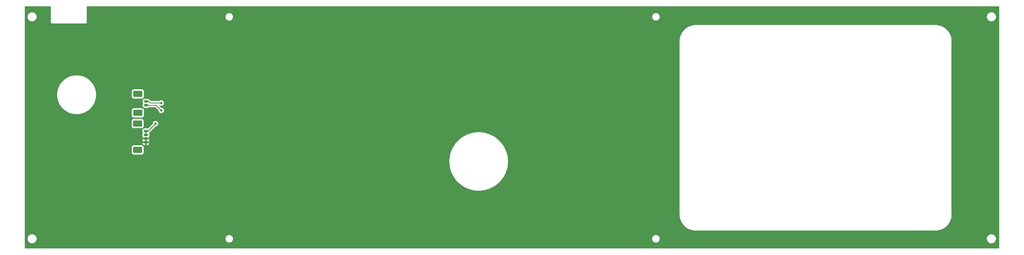
<source format=gbl>
G04 #@! TF.GenerationSoftware,KiCad,Pcbnew,(6.0.4-0)*
G04 #@! TF.CreationDate,2022-09-21T16:46:56-05:00*
G04 #@! TF.ProjectId,Y+,592b2e6b-6963-4616-945f-706362585858,4*
G04 #@! TF.SameCoordinates,Original*
G04 #@! TF.FileFunction,Copper,L2,Bot*
G04 #@! TF.FilePolarity,Positive*
%FSLAX46Y46*%
G04 Gerber Fmt 4.6, Leading zero omitted, Abs format (unit mm)*
G04 Created by KiCad (PCBNEW (6.0.4-0)) date 2022-09-21 16:46:56*
%MOMM*%
%LPD*%
G01*
G04 APERTURE LIST*
G04 Aperture macros list*
%AMRoundRect*
0 Rectangle with rounded corners*
0 $1 Rounding radius*
0 $2 $3 $4 $5 $6 $7 $8 $9 X,Y pos of 4 corners*
0 Add a 4 corners polygon primitive as box body*
4,1,4,$2,$3,$4,$5,$6,$7,$8,$9,$2,$3,0*
0 Add four circle primitives for the rounded corners*
1,1,$1+$1,$2,$3*
1,1,$1+$1,$4,$5*
1,1,$1+$1,$6,$7*
1,1,$1+$1,$8,$9*
0 Add four rect primitives between the rounded corners*
20,1,$1+$1,$2,$3,$4,$5,0*
20,1,$1+$1,$4,$5,$6,$7,0*
20,1,$1+$1,$6,$7,$8,$9,0*
20,1,$1+$1,$8,$9,$2,$3,0*%
G04 Aperture macros list end*
G04 #@! TA.AperFunction,SMDPad,CuDef*
%ADD10RoundRect,0.200000X0.450000X-0.200000X0.450000X0.200000X-0.450000X0.200000X-0.450000X-0.200000X0*%
G04 #@! TD*
G04 #@! TA.AperFunction,SMDPad,CuDef*
%ADD11RoundRect,0.250000X1.250000X-0.800000X1.250000X0.800000X-1.250000X0.800000X-1.250000X-0.800000X0*%
G04 #@! TD*
G04 #@! TA.AperFunction,ViaPad*
%ADD12C,0.800000*%
G04 #@! TD*
G04 #@! TA.AperFunction,Conductor*
%ADD13C,0.250000*%
G04 #@! TD*
G04 APERTURE END LIST*
D10*
X167550000Y-231675000D03*
X167550000Y-230425000D03*
X167550000Y-229175000D03*
X167550000Y-227925000D03*
D11*
X164800000Y-225375000D03*
X164800000Y-234225000D03*
D10*
X167610000Y-219225000D03*
X167610000Y-217975000D03*
D11*
X164860000Y-221775000D03*
X164860000Y-215425000D03*
D12*
X148500000Y-225600000D03*
X197600000Y-222400000D03*
X170800000Y-225400000D03*
X172700000Y-218500000D03*
X172720000Y-220980000D03*
D13*
X167550000Y-227925000D02*
X167550000Y-229175000D01*
X168275000Y-227925000D02*
X170800000Y-225400000D01*
X167550000Y-227925000D02*
X168275000Y-227925000D01*
X172720000Y-218440000D02*
X168910000Y-218440000D01*
X168910000Y-218440000D02*
X168445000Y-217975000D01*
X168445000Y-217975000D02*
X167610000Y-217975000D01*
X170965000Y-219225000D02*
X167610000Y-219225000D01*
X172720000Y-220980000D02*
X170965000Y-219225000D01*
G04 #@! TA.AperFunction,Conductor*
G36*
X135683621Y-186075002D02*
G01*
X135730114Y-186128658D01*
X135741500Y-186181000D01*
X135741500Y-191291377D01*
X135741498Y-191292147D01*
X135741024Y-191369721D01*
X135743491Y-191378352D01*
X135749150Y-191398153D01*
X135752728Y-191414915D01*
X135756920Y-191444187D01*
X135760634Y-191452355D01*
X135760634Y-191452356D01*
X135767548Y-191467562D01*
X135773996Y-191485086D01*
X135781051Y-191509771D01*
X135785843Y-191517365D01*
X135785844Y-191517368D01*
X135796830Y-191534780D01*
X135804969Y-191549863D01*
X135817208Y-191576782D01*
X135823069Y-191583584D01*
X135833970Y-191596235D01*
X135845073Y-191611239D01*
X135858776Y-191632958D01*
X135865501Y-191638897D01*
X135865504Y-191638901D01*
X135880938Y-191652532D01*
X135892982Y-191664724D01*
X135906427Y-191680327D01*
X135906430Y-191680329D01*
X135912287Y-191687127D01*
X135919816Y-191692007D01*
X135919817Y-191692008D01*
X135933835Y-191701094D01*
X135948709Y-191712385D01*
X135961217Y-191723431D01*
X135967951Y-191729378D01*
X135994711Y-191741942D01*
X136009691Y-191750263D01*
X136026983Y-191761471D01*
X136026988Y-191761473D01*
X136034515Y-191766352D01*
X136043108Y-191768922D01*
X136043113Y-191768924D01*
X136059120Y-191773711D01*
X136076564Y-191780372D01*
X136091676Y-191787467D01*
X136091678Y-191787468D01*
X136099800Y-191791281D01*
X136108667Y-191792662D01*
X136108668Y-191792662D01*
X136111353Y-191793080D01*
X136129017Y-191795830D01*
X136145732Y-191799613D01*
X136165466Y-191805515D01*
X136165472Y-191805516D01*
X136174066Y-191808086D01*
X136183037Y-191808141D01*
X136183038Y-191808141D01*
X136193097Y-191808202D01*
X136208506Y-191808296D01*
X136209289Y-191808329D01*
X136210386Y-191808500D01*
X136241377Y-191808500D01*
X136242147Y-191808502D01*
X136315785Y-191808952D01*
X136315786Y-191808952D01*
X136319721Y-191808976D01*
X136321065Y-191808592D01*
X136322410Y-191808500D01*
X147241377Y-191808500D01*
X147242148Y-191808502D01*
X147319721Y-191808976D01*
X147348152Y-191800850D01*
X147364915Y-191797272D01*
X147365753Y-191797152D01*
X147394187Y-191793080D01*
X147417564Y-191782451D01*
X147435087Y-191776004D01*
X147459771Y-191768949D01*
X147467365Y-191764157D01*
X147467368Y-191764156D01*
X147484780Y-191753170D01*
X147499865Y-191745030D01*
X147526782Y-191732792D01*
X147546235Y-191716030D01*
X147561239Y-191704927D01*
X147582958Y-191691224D01*
X147588897Y-191684499D01*
X147588901Y-191684496D01*
X147602532Y-191669062D01*
X147614724Y-191657018D01*
X147630327Y-191643573D01*
X147630329Y-191643570D01*
X147637127Y-191637713D01*
X147651094Y-191616165D01*
X147662385Y-191601291D01*
X147673431Y-191588783D01*
X147673432Y-191588782D01*
X147679378Y-191582049D01*
X147691943Y-191555287D01*
X147700263Y-191540309D01*
X147711471Y-191523017D01*
X147711473Y-191523012D01*
X147716352Y-191515485D01*
X147718922Y-191506892D01*
X147718924Y-191506887D01*
X147723711Y-191490880D01*
X147730372Y-191473436D01*
X147737467Y-191458324D01*
X147737468Y-191458322D01*
X147741281Y-191450200D01*
X147745830Y-191420983D01*
X147749613Y-191404268D01*
X147755515Y-191384534D01*
X147755516Y-191384528D01*
X147758086Y-191375934D01*
X147758296Y-191341494D01*
X147758329Y-191340711D01*
X147758500Y-191339614D01*
X147758500Y-191308623D01*
X147758502Y-191307853D01*
X147758952Y-191234215D01*
X147758952Y-191234214D01*
X147758976Y-191230279D01*
X147758592Y-191228935D01*
X147758500Y-191227590D01*
X147758500Y-189550000D01*
X194196693Y-189550000D01*
X194215885Y-189769371D01*
X194272880Y-189982076D01*
X194298832Y-190037731D01*
X194363618Y-190176666D01*
X194363621Y-190176671D01*
X194365944Y-190181653D01*
X194369100Y-190186160D01*
X194369101Y-190186162D01*
X194401470Y-190232389D01*
X194492251Y-190362038D01*
X194647962Y-190517749D01*
X194828346Y-190644056D01*
X195027924Y-190737120D01*
X195240629Y-190794115D01*
X195460000Y-190813307D01*
X195679371Y-190794115D01*
X195892076Y-190737120D01*
X196091654Y-190644056D01*
X196272038Y-190517749D01*
X196427749Y-190362038D01*
X196518531Y-190232389D01*
X196550899Y-190186162D01*
X196550900Y-190186160D01*
X196554056Y-190181653D01*
X196556379Y-190176671D01*
X196556382Y-190176666D01*
X196621168Y-190037731D01*
X196647120Y-189982076D01*
X196704115Y-189769371D01*
X196723307Y-189550000D01*
X337046693Y-189550000D01*
X337065885Y-189769371D01*
X337122880Y-189982076D01*
X337148832Y-190037731D01*
X337213618Y-190176666D01*
X337213621Y-190176671D01*
X337215944Y-190181653D01*
X337219100Y-190186160D01*
X337219101Y-190186162D01*
X337251470Y-190232389D01*
X337342251Y-190362038D01*
X337497962Y-190517749D01*
X337678346Y-190644056D01*
X337877924Y-190737120D01*
X338090629Y-190794115D01*
X338310000Y-190813307D01*
X338529371Y-190794115D01*
X338742076Y-190737120D01*
X338941654Y-190644056D01*
X339122038Y-190517749D01*
X339277749Y-190362038D01*
X339368531Y-190232389D01*
X339400899Y-190186162D01*
X339400900Y-190186160D01*
X339404056Y-190181653D01*
X339406379Y-190176671D01*
X339406382Y-190176666D01*
X339471168Y-190037731D01*
X339497120Y-189982076D01*
X339554115Y-189769371D01*
X339573307Y-189550000D01*
X449096835Y-189550000D01*
X449115465Y-189786711D01*
X449116619Y-189791518D01*
X449116620Y-189791524D01*
X449146601Y-189916401D01*
X449170895Y-190017594D01*
X449172788Y-190022165D01*
X449172789Y-190022167D01*
X449240718Y-190186162D01*
X449261760Y-190236963D01*
X449264346Y-190241183D01*
X449383241Y-190435202D01*
X449383245Y-190435208D01*
X449385824Y-190439416D01*
X449540031Y-190619969D01*
X449720584Y-190774176D01*
X449724792Y-190776755D01*
X449724798Y-190776759D01*
X449918817Y-190895654D01*
X449923037Y-190898240D01*
X449927607Y-190900133D01*
X449927611Y-190900135D01*
X450137833Y-190987211D01*
X450142406Y-190989105D01*
X450222609Y-191008360D01*
X450368476Y-191043380D01*
X450368482Y-191043381D01*
X450373289Y-191044535D01*
X450610000Y-191063165D01*
X450846711Y-191044535D01*
X450851518Y-191043381D01*
X450851524Y-191043380D01*
X450997391Y-191008360D01*
X451077594Y-190989105D01*
X451082167Y-190987211D01*
X451292389Y-190900135D01*
X451292393Y-190900133D01*
X451296963Y-190898240D01*
X451301183Y-190895654D01*
X451495202Y-190776759D01*
X451495208Y-190776755D01*
X451499416Y-190774176D01*
X451679969Y-190619969D01*
X451834176Y-190439416D01*
X451836755Y-190435208D01*
X451836759Y-190435202D01*
X451955654Y-190241183D01*
X451958240Y-190236963D01*
X451979283Y-190186162D01*
X452047211Y-190022167D01*
X452047212Y-190022165D01*
X452049105Y-190017594D01*
X452073399Y-189916401D01*
X452103380Y-189791524D01*
X452103381Y-189791518D01*
X452104535Y-189786711D01*
X452123165Y-189550000D01*
X452104535Y-189313289D01*
X452096581Y-189280155D01*
X452050260Y-189087218D01*
X452049105Y-189082406D01*
X451981150Y-188918347D01*
X451960135Y-188867611D01*
X451960133Y-188867607D01*
X451958240Y-188863037D01*
X451881594Y-188737962D01*
X451836759Y-188664798D01*
X451836755Y-188664792D01*
X451834176Y-188660584D01*
X451679969Y-188480031D01*
X451499416Y-188325824D01*
X451495208Y-188323245D01*
X451495202Y-188323241D01*
X451301183Y-188204346D01*
X451296963Y-188201760D01*
X451292393Y-188199867D01*
X451292389Y-188199865D01*
X451082167Y-188112789D01*
X451082165Y-188112788D01*
X451077594Y-188110895D01*
X450997391Y-188091640D01*
X450851524Y-188056620D01*
X450851518Y-188056619D01*
X450846711Y-188055465D01*
X450610000Y-188036835D01*
X450373289Y-188055465D01*
X450368482Y-188056619D01*
X450368476Y-188056620D01*
X450222609Y-188091640D01*
X450142406Y-188110895D01*
X450137835Y-188112788D01*
X450137833Y-188112789D01*
X449927611Y-188199865D01*
X449927607Y-188199867D01*
X449923037Y-188201760D01*
X449918817Y-188204346D01*
X449724798Y-188323241D01*
X449724792Y-188323245D01*
X449720584Y-188325824D01*
X449540031Y-188480031D01*
X449385824Y-188660584D01*
X449383245Y-188664792D01*
X449383241Y-188664798D01*
X449338406Y-188737962D01*
X449261760Y-188863037D01*
X449259867Y-188867607D01*
X449259865Y-188867611D01*
X449238850Y-188918347D01*
X449170895Y-189082406D01*
X449169740Y-189087218D01*
X449123420Y-189280155D01*
X449115465Y-189313289D01*
X449097308Y-189543995D01*
X449096835Y-189550000D01*
X339573307Y-189550000D01*
X339554115Y-189330629D01*
X339497120Y-189117924D01*
X339453585Y-189024562D01*
X339406382Y-188923334D01*
X339406379Y-188923329D01*
X339404056Y-188918347D01*
X339400899Y-188913838D01*
X339280908Y-188742473D01*
X339280906Y-188742470D01*
X339277749Y-188737962D01*
X339122038Y-188582251D01*
X338941654Y-188455944D01*
X338742076Y-188362880D01*
X338529371Y-188305885D01*
X338310000Y-188286693D01*
X338090629Y-188305885D01*
X337877924Y-188362880D01*
X337784562Y-188406415D01*
X337683334Y-188453618D01*
X337683329Y-188453621D01*
X337678347Y-188455944D01*
X337673840Y-188459100D01*
X337673838Y-188459101D01*
X337502473Y-188579092D01*
X337502470Y-188579094D01*
X337497962Y-188582251D01*
X337342251Y-188737962D01*
X337339094Y-188742470D01*
X337339092Y-188742473D01*
X337219101Y-188913838D01*
X337215944Y-188918347D01*
X337213621Y-188923329D01*
X337213618Y-188923334D01*
X337166415Y-189024562D01*
X337122880Y-189117924D01*
X337065885Y-189330629D01*
X337046693Y-189550000D01*
X196723307Y-189550000D01*
X196704115Y-189330629D01*
X196647120Y-189117924D01*
X196603585Y-189024562D01*
X196556382Y-188923334D01*
X196556379Y-188923329D01*
X196554056Y-188918347D01*
X196550899Y-188913838D01*
X196430908Y-188742473D01*
X196430906Y-188742470D01*
X196427749Y-188737962D01*
X196272038Y-188582251D01*
X196091654Y-188455944D01*
X195892076Y-188362880D01*
X195679371Y-188305885D01*
X195460000Y-188286693D01*
X195240629Y-188305885D01*
X195027924Y-188362880D01*
X194934562Y-188406415D01*
X194833334Y-188453618D01*
X194833329Y-188453621D01*
X194828347Y-188455944D01*
X194823840Y-188459100D01*
X194823838Y-188459101D01*
X194652473Y-188579092D01*
X194652470Y-188579094D01*
X194647962Y-188582251D01*
X194492251Y-188737962D01*
X194489094Y-188742470D01*
X194489092Y-188742473D01*
X194369101Y-188913838D01*
X194365944Y-188918347D01*
X194363621Y-188923329D01*
X194363618Y-188923334D01*
X194316415Y-189024562D01*
X194272880Y-189117924D01*
X194215885Y-189330629D01*
X194196693Y-189550000D01*
X147758500Y-189550000D01*
X147758500Y-186181000D01*
X147778502Y-186112879D01*
X147832158Y-186066386D01*
X147884500Y-186055000D01*
X453125500Y-186055000D01*
X453193621Y-186075002D01*
X453240114Y-186128658D01*
X453251500Y-186181000D01*
X453251500Y-267209000D01*
X453231498Y-267277121D01*
X453177842Y-267323614D01*
X453125500Y-267335000D01*
X127126000Y-267335000D01*
X127057879Y-267314998D01*
X127011386Y-267261342D01*
X127000000Y-267209000D01*
X127000000Y-264050000D01*
X127946835Y-264050000D01*
X127965465Y-264286711D01*
X127966619Y-264291518D01*
X127966620Y-264291524D01*
X127996601Y-264416401D01*
X128020895Y-264517594D01*
X128022788Y-264522165D01*
X128022789Y-264522167D01*
X128090718Y-264686162D01*
X128111760Y-264736963D01*
X128114346Y-264741183D01*
X128233241Y-264935202D01*
X128233245Y-264935208D01*
X128235824Y-264939416D01*
X128390031Y-265119969D01*
X128570584Y-265274176D01*
X128574792Y-265276755D01*
X128574798Y-265276759D01*
X128768817Y-265395654D01*
X128773037Y-265398240D01*
X128777607Y-265400133D01*
X128777611Y-265400135D01*
X128987833Y-265487211D01*
X128992406Y-265489105D01*
X129072609Y-265508360D01*
X129218476Y-265543380D01*
X129218482Y-265543381D01*
X129223289Y-265544535D01*
X129460000Y-265563165D01*
X129696711Y-265544535D01*
X129701518Y-265543381D01*
X129701524Y-265543380D01*
X129847391Y-265508360D01*
X129927594Y-265489105D01*
X129932167Y-265487211D01*
X130142389Y-265400135D01*
X130142393Y-265400133D01*
X130146963Y-265398240D01*
X130151183Y-265395654D01*
X130345202Y-265276759D01*
X130345208Y-265276755D01*
X130349416Y-265274176D01*
X130529969Y-265119969D01*
X130684176Y-264939416D01*
X130686755Y-264935208D01*
X130686759Y-264935202D01*
X130805654Y-264741183D01*
X130808240Y-264736963D01*
X130829283Y-264686162D01*
X130897211Y-264522167D01*
X130897212Y-264522165D01*
X130899105Y-264517594D01*
X130923399Y-264416401D01*
X130953380Y-264291524D01*
X130953381Y-264291518D01*
X130954535Y-264286711D01*
X130973165Y-264050000D01*
X194196693Y-264050000D01*
X194215885Y-264269371D01*
X194272880Y-264482076D01*
X194298832Y-264537731D01*
X194363618Y-264676666D01*
X194363621Y-264676671D01*
X194365944Y-264681653D01*
X194369100Y-264686160D01*
X194369101Y-264686162D01*
X194401470Y-264732389D01*
X194492251Y-264862038D01*
X194647962Y-265017749D01*
X194828346Y-265144056D01*
X195027924Y-265237120D01*
X195240629Y-265294115D01*
X195460000Y-265313307D01*
X195679371Y-265294115D01*
X195892076Y-265237120D01*
X196091654Y-265144056D01*
X196272038Y-265017749D01*
X196427749Y-264862038D01*
X196518531Y-264732389D01*
X196550899Y-264686162D01*
X196550900Y-264686160D01*
X196554056Y-264681653D01*
X196556379Y-264676671D01*
X196556382Y-264676666D01*
X196621168Y-264537731D01*
X196647120Y-264482076D01*
X196704115Y-264269371D01*
X196723307Y-264050000D01*
X337046693Y-264050000D01*
X337065885Y-264269371D01*
X337122880Y-264482076D01*
X337148832Y-264537731D01*
X337213618Y-264676666D01*
X337213621Y-264676671D01*
X337215944Y-264681653D01*
X337219100Y-264686160D01*
X337219101Y-264686162D01*
X337251470Y-264732389D01*
X337342251Y-264862038D01*
X337497962Y-265017749D01*
X337678346Y-265144056D01*
X337877924Y-265237120D01*
X338090629Y-265294115D01*
X338310000Y-265313307D01*
X338529371Y-265294115D01*
X338742076Y-265237120D01*
X338941654Y-265144056D01*
X339122038Y-265017749D01*
X339277749Y-264862038D01*
X339368531Y-264732389D01*
X339400899Y-264686162D01*
X339400900Y-264686160D01*
X339404056Y-264681653D01*
X339406379Y-264676671D01*
X339406382Y-264676666D01*
X339471168Y-264537731D01*
X339497120Y-264482076D01*
X339554115Y-264269371D01*
X339573307Y-264050000D01*
X449096835Y-264050000D01*
X449115465Y-264286711D01*
X449116619Y-264291518D01*
X449116620Y-264291524D01*
X449146601Y-264416401D01*
X449170895Y-264517594D01*
X449172788Y-264522165D01*
X449172789Y-264522167D01*
X449240718Y-264686162D01*
X449261760Y-264736963D01*
X449264346Y-264741183D01*
X449383241Y-264935202D01*
X449383245Y-264935208D01*
X449385824Y-264939416D01*
X449540031Y-265119969D01*
X449720584Y-265274176D01*
X449724792Y-265276755D01*
X449724798Y-265276759D01*
X449918817Y-265395654D01*
X449923037Y-265398240D01*
X449927607Y-265400133D01*
X449927611Y-265400135D01*
X450137833Y-265487211D01*
X450142406Y-265489105D01*
X450222609Y-265508360D01*
X450368476Y-265543380D01*
X450368482Y-265543381D01*
X450373289Y-265544535D01*
X450610000Y-265563165D01*
X450846711Y-265544535D01*
X450851518Y-265543381D01*
X450851524Y-265543380D01*
X450997391Y-265508360D01*
X451077594Y-265489105D01*
X451082167Y-265487211D01*
X451292389Y-265400135D01*
X451292393Y-265400133D01*
X451296963Y-265398240D01*
X451301183Y-265395654D01*
X451495202Y-265276759D01*
X451495208Y-265276755D01*
X451499416Y-265274176D01*
X451679969Y-265119969D01*
X451834176Y-264939416D01*
X451836755Y-264935208D01*
X451836759Y-264935202D01*
X451955654Y-264741183D01*
X451958240Y-264736963D01*
X451979283Y-264686162D01*
X452047211Y-264522167D01*
X452047212Y-264522165D01*
X452049105Y-264517594D01*
X452073399Y-264416401D01*
X452103380Y-264291524D01*
X452103381Y-264291518D01*
X452104535Y-264286711D01*
X452123165Y-264050000D01*
X452104535Y-263813289D01*
X452096581Y-263780155D01*
X452050260Y-263587218D01*
X452049105Y-263582406D01*
X451981150Y-263418347D01*
X451960135Y-263367611D01*
X451960133Y-263367607D01*
X451958240Y-263363037D01*
X451881594Y-263237962D01*
X451836759Y-263164798D01*
X451836755Y-263164792D01*
X451834176Y-263160584D01*
X451679969Y-262980031D01*
X451499416Y-262825824D01*
X451495208Y-262823245D01*
X451495202Y-262823241D01*
X451301183Y-262704346D01*
X451296963Y-262701760D01*
X451292393Y-262699867D01*
X451292389Y-262699865D01*
X451082167Y-262612789D01*
X451082165Y-262612788D01*
X451077594Y-262610895D01*
X450997391Y-262591640D01*
X450851524Y-262556620D01*
X450851518Y-262556619D01*
X450846711Y-262555465D01*
X450610000Y-262536835D01*
X450373289Y-262555465D01*
X450368482Y-262556619D01*
X450368476Y-262556620D01*
X450222609Y-262591640D01*
X450142406Y-262610895D01*
X450137835Y-262612788D01*
X450137833Y-262612789D01*
X449927611Y-262699865D01*
X449927607Y-262699867D01*
X449923037Y-262701760D01*
X449918817Y-262704346D01*
X449724798Y-262823241D01*
X449724792Y-262823245D01*
X449720584Y-262825824D01*
X449540031Y-262980031D01*
X449385824Y-263160584D01*
X449383245Y-263164792D01*
X449383241Y-263164798D01*
X449338406Y-263237962D01*
X449261760Y-263363037D01*
X449259867Y-263367607D01*
X449259865Y-263367611D01*
X449238850Y-263418347D01*
X449170895Y-263582406D01*
X449169740Y-263587218D01*
X449123420Y-263780155D01*
X449115465Y-263813289D01*
X449097308Y-264043995D01*
X449096835Y-264050000D01*
X339573307Y-264050000D01*
X339554115Y-263830629D01*
X339497120Y-263617924D01*
X339453585Y-263524562D01*
X339406382Y-263423334D01*
X339406379Y-263423329D01*
X339404056Y-263418347D01*
X339400899Y-263413838D01*
X339280908Y-263242473D01*
X339280906Y-263242470D01*
X339277749Y-263237962D01*
X339122038Y-263082251D01*
X338941654Y-262955944D01*
X338742076Y-262862880D01*
X338529371Y-262805885D01*
X338310000Y-262786693D01*
X338090629Y-262805885D01*
X337877924Y-262862880D01*
X337784562Y-262906415D01*
X337683334Y-262953618D01*
X337683329Y-262953621D01*
X337678347Y-262955944D01*
X337673840Y-262959100D01*
X337673838Y-262959101D01*
X337502473Y-263079092D01*
X337502470Y-263079094D01*
X337497962Y-263082251D01*
X337342251Y-263237962D01*
X337339094Y-263242470D01*
X337339092Y-263242473D01*
X337219101Y-263413838D01*
X337215944Y-263418347D01*
X337213621Y-263423329D01*
X337213618Y-263423334D01*
X337166415Y-263524562D01*
X337122880Y-263617924D01*
X337065885Y-263830629D01*
X337046693Y-264050000D01*
X196723307Y-264050000D01*
X196704115Y-263830629D01*
X196647120Y-263617924D01*
X196603585Y-263524562D01*
X196556382Y-263423334D01*
X196556379Y-263423329D01*
X196554056Y-263418347D01*
X196550899Y-263413838D01*
X196430908Y-263242473D01*
X196430906Y-263242470D01*
X196427749Y-263237962D01*
X196272038Y-263082251D01*
X196091654Y-262955944D01*
X195892076Y-262862880D01*
X195679371Y-262805885D01*
X195460000Y-262786693D01*
X195240629Y-262805885D01*
X195027924Y-262862880D01*
X194934562Y-262906415D01*
X194833334Y-262953618D01*
X194833329Y-262953621D01*
X194828347Y-262955944D01*
X194823840Y-262959100D01*
X194823838Y-262959101D01*
X194652473Y-263079092D01*
X194652470Y-263079094D01*
X194647962Y-263082251D01*
X194492251Y-263237962D01*
X194489094Y-263242470D01*
X194489092Y-263242473D01*
X194369101Y-263413838D01*
X194365944Y-263418347D01*
X194363621Y-263423329D01*
X194363618Y-263423334D01*
X194316415Y-263524562D01*
X194272880Y-263617924D01*
X194215885Y-263830629D01*
X194196693Y-264050000D01*
X130973165Y-264050000D01*
X130954535Y-263813289D01*
X130946581Y-263780155D01*
X130900260Y-263587218D01*
X130899105Y-263582406D01*
X130831150Y-263418347D01*
X130810135Y-263367611D01*
X130810133Y-263367607D01*
X130808240Y-263363037D01*
X130731594Y-263237962D01*
X130686759Y-263164798D01*
X130686755Y-263164792D01*
X130684176Y-263160584D01*
X130529969Y-262980031D01*
X130349416Y-262825824D01*
X130345208Y-262823245D01*
X130345202Y-262823241D01*
X130151183Y-262704346D01*
X130146963Y-262701760D01*
X130142393Y-262699867D01*
X130142389Y-262699865D01*
X129932167Y-262612789D01*
X129932165Y-262612788D01*
X129927594Y-262610895D01*
X129847391Y-262591640D01*
X129701524Y-262556620D01*
X129701518Y-262556619D01*
X129696711Y-262555465D01*
X129460000Y-262536835D01*
X129223289Y-262555465D01*
X129218482Y-262556619D01*
X129218476Y-262556620D01*
X129072609Y-262591640D01*
X128992406Y-262610895D01*
X128987835Y-262612788D01*
X128987833Y-262612789D01*
X128777611Y-262699865D01*
X128777607Y-262699867D01*
X128773037Y-262701760D01*
X128768817Y-262704346D01*
X128574798Y-262823241D01*
X128574792Y-262823245D01*
X128570584Y-262825824D01*
X128390031Y-262980031D01*
X128235824Y-263160584D01*
X128233245Y-263164792D01*
X128233241Y-263164798D01*
X128188406Y-263237962D01*
X128111760Y-263363037D01*
X128109867Y-263367607D01*
X128109865Y-263367611D01*
X128088850Y-263418347D01*
X128020895Y-263582406D01*
X128019740Y-263587218D01*
X127973420Y-263780155D01*
X127965465Y-263813289D01*
X127947308Y-264043995D01*
X127946835Y-264050000D01*
X127000000Y-264050000D01*
X127000000Y-255893724D01*
X346246309Y-255893724D01*
X346247130Y-255900000D01*
X346246876Y-255900000D01*
X346265365Y-256347012D01*
X346320704Y-256790971D01*
X346412516Y-257228843D01*
X346540174Y-257657638D01*
X346702805Y-258074427D01*
X346899300Y-258476362D01*
X347128314Y-258860698D01*
X347388285Y-259224810D01*
X347677435Y-259566209D01*
X347993791Y-259882565D01*
X348335190Y-260171715D01*
X348699302Y-260431686D01*
X348701536Y-260433017D01*
X349081397Y-260659365D01*
X349081403Y-260659368D01*
X349083638Y-260660700D01*
X349485573Y-260857195D01*
X349902362Y-261019826D01*
X350331157Y-261147484D01*
X350769029Y-261239296D01*
X351212988Y-261294635D01*
X351446286Y-261304284D01*
X351632121Y-261311971D01*
X351638170Y-261312367D01*
X351642652Y-261312769D01*
X351647448Y-261313576D01*
X351653793Y-261313653D01*
X351655140Y-261313670D01*
X351655143Y-261313670D01*
X351660000Y-261313729D01*
X351687624Y-261309773D01*
X351705486Y-261308500D01*
X431806750Y-261308500D01*
X431827655Y-261310246D01*
X431842656Y-261312770D01*
X431842659Y-261312770D01*
X431847448Y-261313576D01*
X431853471Y-261313649D01*
X431855133Y-261313670D01*
X431855137Y-261313670D01*
X431860000Y-261313729D01*
X431864824Y-261313038D01*
X431868119Y-261312823D01*
X431871096Y-261312665D01*
X432307012Y-261294635D01*
X432750971Y-261239296D01*
X433188843Y-261147484D01*
X433617638Y-261019826D01*
X434034427Y-260857195D01*
X434436362Y-260660700D01*
X434438597Y-260659368D01*
X434438603Y-260659365D01*
X434818464Y-260433017D01*
X434820698Y-260431686D01*
X435184810Y-260171715D01*
X435526209Y-259882565D01*
X435842565Y-259566209D01*
X436131715Y-259224810D01*
X436391686Y-258860698D01*
X436620700Y-258476362D01*
X436817195Y-258074427D01*
X436979826Y-257657638D01*
X437107484Y-257228843D01*
X437199296Y-256790971D01*
X437254635Y-256347012D01*
X437271971Y-255927879D01*
X437272367Y-255921830D01*
X437272769Y-255917348D01*
X437273576Y-255912552D01*
X437273729Y-255900000D01*
X437269773Y-255872376D01*
X437268500Y-255854514D01*
X437268500Y-197753250D01*
X437270246Y-197732345D01*
X437272770Y-197717344D01*
X437272770Y-197717341D01*
X437273576Y-197712552D01*
X437273729Y-197700000D01*
X437273038Y-197695176D01*
X437272823Y-197691881D01*
X437272664Y-197688890D01*
X437272565Y-197686495D01*
X437254635Y-197252988D01*
X437199296Y-196809029D01*
X437107484Y-196371157D01*
X436979826Y-195942362D01*
X436817195Y-195525573D01*
X436620700Y-195123638D01*
X436391686Y-194739302D01*
X436131715Y-194375190D01*
X435842565Y-194033791D01*
X435526209Y-193717435D01*
X435184810Y-193428285D01*
X434820698Y-193168314D01*
X434691648Y-193091417D01*
X434438603Y-192940635D01*
X434438597Y-192940632D01*
X434436362Y-192939300D01*
X434034427Y-192742805D01*
X433617638Y-192580174D01*
X433188843Y-192452516D01*
X432750971Y-192360704D01*
X432307012Y-192305365D01*
X432073714Y-192295716D01*
X431887879Y-192288029D01*
X431881830Y-192287633D01*
X431877348Y-192287231D01*
X431872552Y-192286424D01*
X431866207Y-192286347D01*
X431864860Y-192286330D01*
X431864857Y-192286330D01*
X431860000Y-192286271D01*
X431835679Y-192289754D01*
X431832376Y-192290227D01*
X431814514Y-192291500D01*
X351713250Y-192291500D01*
X351692345Y-192289754D01*
X351677344Y-192287230D01*
X351677341Y-192287230D01*
X351672552Y-192286424D01*
X351666529Y-192286351D01*
X351664867Y-192286330D01*
X351664863Y-192286330D01*
X351660000Y-192286271D01*
X351655176Y-192286962D01*
X351651881Y-192287177D01*
X351648904Y-192287335D01*
X351212988Y-192305365D01*
X350769029Y-192360704D01*
X350331157Y-192452516D01*
X349902362Y-192580174D01*
X349485573Y-192742805D01*
X349083638Y-192939300D01*
X349081403Y-192940632D01*
X349081397Y-192940635D01*
X348828352Y-193091417D01*
X348699302Y-193168314D01*
X348335190Y-193428285D01*
X347993791Y-193717435D01*
X347677435Y-194033791D01*
X347388285Y-194375190D01*
X347128314Y-194739302D01*
X346899300Y-195123638D01*
X346702805Y-195525573D01*
X346540174Y-195942362D01*
X346412516Y-196371157D01*
X346320704Y-196809029D01*
X346265365Y-197252988D01*
X346265257Y-197255610D01*
X346247730Y-197679358D01*
X346247713Y-197679530D01*
X346247695Y-197680213D01*
X346247435Y-197686495D01*
X346246309Y-197693724D01*
X346246937Y-197698526D01*
X346246876Y-197700000D01*
X346247130Y-197700000D01*
X346249398Y-197717344D01*
X346250436Y-197725283D01*
X346251500Y-197741620D01*
X346251500Y-255850633D01*
X346250000Y-255870018D01*
X346247690Y-255884851D01*
X346247690Y-255884855D01*
X346246309Y-255893724D01*
X127000000Y-255893724D01*
X127000000Y-238100000D01*
X269144283Y-238100000D01*
X269163652Y-238716334D01*
X269221683Y-239330236D01*
X269318146Y-239939282D01*
X269452662Y-240541070D01*
X269624698Y-241133223D01*
X269625361Y-241135064D01*
X269625366Y-241135080D01*
X269832908Y-241711548D01*
X269833577Y-241713406D01*
X270078474Y-242279329D01*
X270358422Y-242828758D01*
X270672316Y-243359524D01*
X271018918Y-243869534D01*
X271396860Y-244356773D01*
X271804650Y-244819321D01*
X272240679Y-245255350D01*
X272703227Y-245663140D01*
X273190466Y-246041082D01*
X273700476Y-246387684D01*
X274231242Y-246701578D01*
X274232986Y-246702467D01*
X274232994Y-246702471D01*
X274505956Y-246841552D01*
X274780671Y-246981526D01*
X275346594Y-247226423D01*
X275348450Y-247227091D01*
X275348452Y-247227092D01*
X275924920Y-247434634D01*
X275924936Y-247434639D01*
X275926777Y-247435302D01*
X275928659Y-247435849D01*
X275928672Y-247435853D01*
X276517012Y-247606781D01*
X276517019Y-247606783D01*
X276518930Y-247607338D01*
X276520878Y-247607773D01*
X276520888Y-247607776D01*
X276958783Y-247705657D01*
X277120718Y-247741854D01*
X277493120Y-247800836D01*
X277727805Y-247838007D01*
X277727814Y-247838008D01*
X277729764Y-247838317D01*
X277731733Y-247838503D01*
X277731740Y-247838504D01*
X278341715Y-247896164D01*
X278341728Y-247896165D01*
X278343666Y-247896348D01*
X278345611Y-247896409D01*
X278345625Y-247896410D01*
X278958027Y-247915655D01*
X278960000Y-247915717D01*
X278961973Y-247915655D01*
X279574375Y-247896410D01*
X279574389Y-247896409D01*
X279576334Y-247896348D01*
X279578272Y-247896165D01*
X279578285Y-247896164D01*
X280188260Y-247838504D01*
X280188267Y-247838503D01*
X280190236Y-247838317D01*
X280192186Y-247838008D01*
X280192195Y-247838007D01*
X280426880Y-247800836D01*
X280799282Y-247741854D01*
X280961217Y-247705657D01*
X281399112Y-247607776D01*
X281399122Y-247607773D01*
X281401070Y-247607338D01*
X281402981Y-247606783D01*
X281402988Y-247606781D01*
X281991328Y-247435853D01*
X281991341Y-247435849D01*
X281993223Y-247435302D01*
X281995064Y-247434639D01*
X281995080Y-247434634D01*
X282571548Y-247227092D01*
X282571550Y-247227091D01*
X282573406Y-247226423D01*
X283139329Y-246981526D01*
X283414043Y-246841552D01*
X283687006Y-246702471D01*
X283687014Y-246702467D01*
X283688758Y-246701578D01*
X284219524Y-246387684D01*
X284729534Y-246041082D01*
X285216773Y-245663140D01*
X285679321Y-245255350D01*
X286115350Y-244819321D01*
X286523140Y-244356773D01*
X286901082Y-243869534D01*
X287247684Y-243359524D01*
X287561578Y-242828758D01*
X287841526Y-242279329D01*
X288086423Y-241713406D01*
X288087092Y-241711548D01*
X288294634Y-241135080D01*
X288294639Y-241135064D01*
X288295302Y-241133223D01*
X288467338Y-240541070D01*
X288601854Y-239939282D01*
X288698317Y-239330236D01*
X288756348Y-238716334D01*
X288775717Y-238100000D01*
X288756348Y-237483666D01*
X288698317Y-236869764D01*
X288601854Y-236260718D01*
X288495183Y-235783500D01*
X288467776Y-235660888D01*
X288467773Y-235660878D01*
X288467338Y-235658930D01*
X288466781Y-235657012D01*
X288295853Y-235068672D01*
X288295849Y-235068659D01*
X288295302Y-235066777D01*
X288294639Y-235064936D01*
X288294634Y-235064920D01*
X288087092Y-234488452D01*
X288087091Y-234488450D01*
X288086423Y-234486594D01*
X287841526Y-233920671D01*
X287561578Y-233371242D01*
X287247684Y-232840476D01*
X287174950Y-232733450D01*
X286902194Y-232332102D01*
X286902191Y-232332098D01*
X286901082Y-232330466D01*
X286523140Y-231843227D01*
X286115350Y-231380679D01*
X285679321Y-230944650D01*
X285216773Y-230536860D01*
X284729534Y-230158918D01*
X284726103Y-230156586D01*
X284221165Y-229813431D01*
X284221160Y-229813428D01*
X284219524Y-229812316D01*
X283688758Y-229498422D01*
X283687014Y-229497533D01*
X283687006Y-229497529D01*
X283414044Y-229358448D01*
X283139329Y-229218474D01*
X282573406Y-228973577D01*
X282571548Y-228972908D01*
X281995080Y-228765366D01*
X281995064Y-228765361D01*
X281993223Y-228764698D01*
X281991341Y-228764151D01*
X281991328Y-228764147D01*
X281402988Y-228593219D01*
X281402981Y-228593217D01*
X281401070Y-228592662D01*
X281399122Y-228592227D01*
X281399112Y-228592224D01*
X280884976Y-228477301D01*
X280799282Y-228458146D01*
X280401419Y-228395131D01*
X280192195Y-228361993D01*
X280192186Y-228361992D01*
X280190236Y-228361683D01*
X280188267Y-228361497D01*
X280188260Y-228361496D01*
X279578285Y-228303836D01*
X279578272Y-228303835D01*
X279576334Y-228303652D01*
X279574389Y-228303591D01*
X279574375Y-228303590D01*
X278961973Y-228284345D01*
X278960000Y-228284283D01*
X278958027Y-228284345D01*
X278345625Y-228303590D01*
X278345611Y-228303591D01*
X278343666Y-228303652D01*
X278341728Y-228303835D01*
X278341715Y-228303836D01*
X277731740Y-228361496D01*
X277731733Y-228361497D01*
X277729764Y-228361683D01*
X277727814Y-228361992D01*
X277727805Y-228361993D01*
X277518581Y-228395131D01*
X277120718Y-228458146D01*
X277035024Y-228477301D01*
X276520888Y-228592224D01*
X276520878Y-228592227D01*
X276518930Y-228592662D01*
X276517019Y-228593217D01*
X276517012Y-228593219D01*
X275928672Y-228764147D01*
X275928659Y-228764151D01*
X275926777Y-228764698D01*
X275924936Y-228765361D01*
X275924920Y-228765366D01*
X275348452Y-228972908D01*
X275346594Y-228973577D01*
X274780671Y-229218474D01*
X274505957Y-229358448D01*
X274232994Y-229497529D01*
X274232986Y-229497533D01*
X274231242Y-229498422D01*
X273700476Y-229812316D01*
X273698840Y-229813428D01*
X273698835Y-229813431D01*
X273193897Y-230156586D01*
X273190466Y-230158918D01*
X272703227Y-230536860D01*
X272240679Y-230944650D01*
X271804650Y-231380679D01*
X271396860Y-231843227D01*
X271018918Y-232330466D01*
X271017809Y-232332098D01*
X271017806Y-232332102D01*
X270745051Y-232733450D01*
X270672316Y-232840476D01*
X270358422Y-233371242D01*
X270078474Y-233920671D01*
X269833577Y-234486594D01*
X269832909Y-234488450D01*
X269832908Y-234488452D01*
X269625366Y-235064920D01*
X269625361Y-235064936D01*
X269624698Y-235066777D01*
X269624151Y-235068659D01*
X269624147Y-235068672D01*
X269453219Y-235657012D01*
X269452662Y-235658930D01*
X269452227Y-235660878D01*
X269452224Y-235660888D01*
X269424817Y-235783500D01*
X269318146Y-236260718D01*
X269221683Y-236869764D01*
X269163652Y-237483666D01*
X269151035Y-237885151D01*
X269144283Y-238100000D01*
X127000000Y-238100000D01*
X127000000Y-235075400D01*
X162791500Y-235075400D01*
X162802474Y-235181166D01*
X162858450Y-235348946D01*
X162951522Y-235499348D01*
X163076697Y-235624305D01*
X163082927Y-235628145D01*
X163082928Y-235628146D01*
X163220090Y-235712694D01*
X163227262Y-235717115D01*
X163307005Y-235743564D01*
X163388611Y-235770632D01*
X163388613Y-235770632D01*
X163395139Y-235772797D01*
X163401975Y-235773497D01*
X163401978Y-235773498D01*
X163445031Y-235777909D01*
X163499600Y-235783500D01*
X166100400Y-235783500D01*
X166103646Y-235783163D01*
X166103650Y-235783163D01*
X166199308Y-235773238D01*
X166199312Y-235773237D01*
X166206166Y-235772526D01*
X166212702Y-235770345D01*
X166212704Y-235770345D01*
X166344806Y-235726272D01*
X166373946Y-235716550D01*
X166524348Y-235623478D01*
X166649305Y-235498303D01*
X166742115Y-235347738D01*
X166797797Y-235179861D01*
X166808500Y-235075400D01*
X166808500Y-233374600D01*
X166797526Y-233268834D01*
X166741550Y-233101054D01*
X166648478Y-232950652D01*
X166523303Y-232825695D01*
X166517072Y-232821854D01*
X166378968Y-232736725D01*
X166378966Y-232736724D01*
X166372738Y-232732885D01*
X166212254Y-232679655D01*
X166211389Y-232679368D01*
X166211387Y-232679368D01*
X166204861Y-232677203D01*
X166198025Y-232676503D01*
X166198022Y-232676502D01*
X166154969Y-232672091D01*
X166100400Y-232666500D01*
X163499600Y-232666500D01*
X163496354Y-232666837D01*
X163496350Y-232666837D01*
X163400692Y-232676762D01*
X163400688Y-232676763D01*
X163393834Y-232677474D01*
X163387298Y-232679655D01*
X163387296Y-232679655D01*
X163255194Y-232723728D01*
X163226054Y-232733450D01*
X163075652Y-232826522D01*
X162950695Y-232951697D01*
X162857885Y-233102262D01*
X162802203Y-233270139D01*
X162791500Y-233374600D01*
X162791500Y-235075400D01*
X127000000Y-235075400D01*
X127000000Y-231939294D01*
X166392709Y-231939294D01*
X166398132Y-231998315D01*
X166400743Y-232011351D01*
X166447715Y-232161243D01*
X166453921Y-232174988D01*
X166534824Y-232308574D01*
X166544131Y-232320443D01*
X166654557Y-232430869D01*
X166666426Y-232440176D01*
X166800012Y-232521079D01*
X166813757Y-232527285D01*
X166963644Y-232574256D01*
X166976694Y-232576869D01*
X167040521Y-232582734D01*
X167046309Y-232583000D01*
X167277885Y-232583000D01*
X167293124Y-232578525D01*
X167294329Y-232577135D01*
X167296000Y-232569452D01*
X167296000Y-232564884D01*
X167804000Y-232564884D01*
X167808475Y-232580123D01*
X167809865Y-232581328D01*
X167817548Y-232582999D01*
X168053705Y-232582999D01*
X168059454Y-232582736D01*
X168123315Y-232576868D01*
X168136351Y-232574257D01*
X168286243Y-232527285D01*
X168299988Y-232521079D01*
X168433574Y-232440176D01*
X168445443Y-232430869D01*
X168555869Y-232320443D01*
X168565176Y-232308574D01*
X168646079Y-232174988D01*
X168652285Y-232161243D01*
X168699256Y-232011356D01*
X168701869Y-231998306D01*
X168706913Y-231943414D01*
X168703525Y-231931876D01*
X168702135Y-231930671D01*
X168694452Y-231929000D01*
X167822115Y-231929000D01*
X167806876Y-231933475D01*
X167805671Y-231934865D01*
X167804000Y-231942548D01*
X167804000Y-232564884D01*
X167296000Y-232564884D01*
X167296000Y-231947115D01*
X167291525Y-231931876D01*
X167290135Y-231930671D01*
X167282452Y-231929000D01*
X166410116Y-231929000D01*
X166394877Y-231933475D01*
X166393672Y-231934865D01*
X166392709Y-231939294D01*
X127000000Y-231939294D01*
X127000000Y-230689294D01*
X166392709Y-230689294D01*
X166398132Y-230748315D01*
X166400743Y-230761351D01*
X166447715Y-230911243D01*
X166453920Y-230924985D01*
X166490102Y-230984728D01*
X166508281Y-231053358D01*
X166490102Y-231115272D01*
X166453920Y-231175015D01*
X166447715Y-231188757D01*
X166400744Y-231338644D01*
X166398131Y-231351694D01*
X166393087Y-231406586D01*
X166396475Y-231418124D01*
X166397865Y-231419329D01*
X166405548Y-231421000D01*
X167277885Y-231421000D01*
X167293124Y-231416525D01*
X167294329Y-231415135D01*
X167296000Y-231407452D01*
X167296000Y-231402885D01*
X167804000Y-231402885D01*
X167808475Y-231418124D01*
X167809865Y-231419329D01*
X167817548Y-231421000D01*
X168689884Y-231421000D01*
X168705123Y-231416525D01*
X168706328Y-231415135D01*
X168707291Y-231410706D01*
X168701868Y-231351685D01*
X168699257Y-231338649D01*
X168652285Y-231188757D01*
X168646080Y-231175015D01*
X168609898Y-231115272D01*
X168591719Y-231046642D01*
X168609898Y-230984728D01*
X168646080Y-230924985D01*
X168652285Y-230911243D01*
X168699256Y-230761356D01*
X168701869Y-230748306D01*
X168706913Y-230693414D01*
X168703525Y-230681876D01*
X168702135Y-230680671D01*
X168694452Y-230679000D01*
X167822115Y-230679000D01*
X167806876Y-230683475D01*
X167805671Y-230684865D01*
X167804000Y-230692548D01*
X167804000Y-231402885D01*
X167296000Y-231402885D01*
X167296000Y-230697115D01*
X167291525Y-230681876D01*
X167290135Y-230680671D01*
X167282452Y-230679000D01*
X166410116Y-230679000D01*
X166394877Y-230683475D01*
X166393672Y-230684865D01*
X166392709Y-230689294D01*
X127000000Y-230689294D01*
X127000000Y-228918365D01*
X166391500Y-228918365D01*
X166391501Y-229431634D01*
X166391764Y-229434492D01*
X166391764Y-229434501D01*
X166395026Y-229470004D01*
X166398247Y-229505062D01*
X166449528Y-229668699D01*
X166453463Y-229675196D01*
X166489809Y-229735211D01*
X166507988Y-229803840D01*
X166489809Y-229865753D01*
X166453923Y-229925008D01*
X166447715Y-229938757D01*
X166400744Y-230088644D01*
X166398131Y-230101694D01*
X166393087Y-230156586D01*
X166396475Y-230168124D01*
X166397865Y-230169329D01*
X166405548Y-230171000D01*
X168689884Y-230171000D01*
X168705123Y-230166525D01*
X168706328Y-230165135D01*
X168707291Y-230160706D01*
X168701868Y-230101685D01*
X168699257Y-230088649D01*
X168652285Y-229938757D01*
X168646077Y-229925008D01*
X168610191Y-229865753D01*
X168592012Y-229797124D01*
X168610191Y-229735211D01*
X168646537Y-229675196D01*
X168650472Y-229668699D01*
X168701753Y-229505062D01*
X168708500Y-229431635D01*
X168708499Y-228918366D01*
X168708234Y-228915474D01*
X168702364Y-228851592D01*
X168701753Y-228844938D01*
X168650472Y-228681301D01*
X168610483Y-228615271D01*
X168592304Y-228546641D01*
X168610486Y-228484724D01*
X168614982Y-228477301D01*
X168653699Y-228438987D01*
X168653273Y-228438437D01*
X168657815Y-228434914D01*
X168658611Y-228434126D01*
X168659535Y-228433580D01*
X168659538Y-228433578D01*
X168666362Y-228429542D01*
X168680683Y-228415221D01*
X168695717Y-228402380D01*
X168705694Y-228395131D01*
X168712107Y-228390472D01*
X168740298Y-228356395D01*
X168748288Y-228347616D01*
X170750499Y-226345405D01*
X170812811Y-226311379D01*
X170839594Y-226308500D01*
X170895487Y-226308500D01*
X170901939Y-226307128D01*
X170901944Y-226307128D01*
X170988888Y-226288647D01*
X171082288Y-226268794D01*
X171088319Y-226266109D01*
X171250722Y-226193803D01*
X171250724Y-226193802D01*
X171256752Y-226191118D01*
X171411253Y-226078866D01*
X171539040Y-225936944D01*
X171634527Y-225771556D01*
X171693542Y-225589928D01*
X171713504Y-225400000D01*
X171693542Y-225210072D01*
X171634527Y-225028444D01*
X171539040Y-224863056D01*
X171411253Y-224721134D01*
X171256752Y-224608882D01*
X171250724Y-224606198D01*
X171250722Y-224606197D01*
X171088319Y-224533891D01*
X171088318Y-224533891D01*
X171082288Y-224531206D01*
X170988887Y-224511353D01*
X170901944Y-224492872D01*
X170901939Y-224492872D01*
X170895487Y-224491500D01*
X170704513Y-224491500D01*
X170698061Y-224492872D01*
X170698056Y-224492872D01*
X170611112Y-224511353D01*
X170517712Y-224531206D01*
X170511682Y-224533891D01*
X170511681Y-224533891D01*
X170349278Y-224606197D01*
X170349276Y-224606198D01*
X170343248Y-224608882D01*
X170188747Y-224721134D01*
X170060960Y-224863056D01*
X169965473Y-225028444D01*
X169906458Y-225210072D01*
X169905768Y-225216633D01*
X169905768Y-225216635D01*
X169889093Y-225375292D01*
X169862080Y-225440949D01*
X169852878Y-225451217D01*
X168298828Y-227005267D01*
X168236516Y-227039293D01*
X168172054Y-227036406D01*
X168136448Y-227025248D01*
X168136445Y-227025247D01*
X168130062Y-227023247D01*
X168056635Y-227016500D01*
X168053737Y-227016500D01*
X167548686Y-227016501D01*
X167043366Y-227016501D01*
X167040508Y-227016764D01*
X167040499Y-227016764D01*
X167004996Y-227020026D01*
X166969938Y-227023247D01*
X166963560Y-227025246D01*
X166963559Y-227025246D01*
X166813550Y-227072256D01*
X166813548Y-227072257D01*
X166806301Y-227074528D01*
X166659619Y-227163361D01*
X166538361Y-227284619D01*
X166449528Y-227431301D01*
X166398247Y-227594938D01*
X166391500Y-227668365D01*
X166391501Y-228181634D01*
X166398247Y-228255062D01*
X166400246Y-228261440D01*
X166400246Y-228261441D01*
X166438769Y-228384366D01*
X166449528Y-228418699D01*
X166489514Y-228484724D01*
X166489517Y-228484729D01*
X166507696Y-228553359D01*
X166489517Y-228615270D01*
X166449528Y-228681301D01*
X166398247Y-228844938D01*
X166391500Y-228918365D01*
X127000000Y-228918365D01*
X127000000Y-226225400D01*
X162791500Y-226225400D01*
X162791837Y-226228646D01*
X162791837Y-226228650D01*
X162799980Y-226307128D01*
X162802474Y-226331166D01*
X162804655Y-226337702D01*
X162804655Y-226337704D01*
X162848728Y-226469806D01*
X162858450Y-226498946D01*
X162951522Y-226649348D01*
X163076697Y-226774305D01*
X163082927Y-226778145D01*
X163082928Y-226778146D01*
X163220090Y-226862694D01*
X163227262Y-226867115D01*
X163307005Y-226893564D01*
X163388611Y-226920632D01*
X163388613Y-226920632D01*
X163395139Y-226922797D01*
X163401975Y-226923497D01*
X163401978Y-226923498D01*
X163445031Y-226927909D01*
X163499600Y-226933500D01*
X166100400Y-226933500D01*
X166103646Y-226933163D01*
X166103650Y-226933163D01*
X166199308Y-226923238D01*
X166199312Y-226923237D01*
X166206166Y-226922526D01*
X166212702Y-226920345D01*
X166212704Y-226920345D01*
X166344806Y-226876272D01*
X166373946Y-226866550D01*
X166524348Y-226773478D01*
X166649305Y-226648303D01*
X166742115Y-226497738D01*
X166768564Y-226417995D01*
X166795632Y-226336389D01*
X166795632Y-226336387D01*
X166797797Y-226329861D01*
X166808500Y-226225400D01*
X166808500Y-224524600D01*
X166797526Y-224418834D01*
X166741550Y-224251054D01*
X166648478Y-224100652D01*
X166523303Y-223975695D01*
X166517072Y-223971854D01*
X166378968Y-223886725D01*
X166378966Y-223886724D01*
X166372738Y-223882885D01*
X166212254Y-223829655D01*
X166211389Y-223829368D01*
X166211387Y-223829368D01*
X166204861Y-223827203D01*
X166198025Y-223826503D01*
X166198022Y-223826502D01*
X166154969Y-223822091D01*
X166100400Y-223816500D01*
X163499600Y-223816500D01*
X163496354Y-223816837D01*
X163496350Y-223816837D01*
X163400692Y-223826762D01*
X163400688Y-223826763D01*
X163393834Y-223827474D01*
X163387298Y-223829655D01*
X163387296Y-223829655D01*
X163255194Y-223873728D01*
X163226054Y-223883450D01*
X163075652Y-223976522D01*
X162950695Y-224101697D01*
X162857885Y-224252262D01*
X162802203Y-224420139D01*
X162791500Y-224524600D01*
X162791500Y-226225400D01*
X127000000Y-226225400D01*
X127000000Y-222625400D01*
X162851500Y-222625400D01*
X162862474Y-222731166D01*
X162918450Y-222898946D01*
X163011522Y-223049348D01*
X163136697Y-223174305D01*
X163142927Y-223178145D01*
X163142928Y-223178146D01*
X163280090Y-223262694D01*
X163287262Y-223267115D01*
X163367005Y-223293564D01*
X163448611Y-223320632D01*
X163448613Y-223320632D01*
X163455139Y-223322797D01*
X163461975Y-223323497D01*
X163461978Y-223323498D01*
X163505031Y-223327909D01*
X163559600Y-223333500D01*
X166160400Y-223333500D01*
X166163646Y-223333163D01*
X166163650Y-223333163D01*
X166259308Y-223323238D01*
X166259312Y-223323237D01*
X166266166Y-223322526D01*
X166272702Y-223320345D01*
X166272704Y-223320345D01*
X166404806Y-223276272D01*
X166433946Y-223266550D01*
X166584348Y-223173478D01*
X166709305Y-223048303D01*
X166802115Y-222897738D01*
X166857797Y-222729861D01*
X166868500Y-222625400D01*
X166868500Y-220924600D01*
X166857526Y-220818834D01*
X166801550Y-220651054D01*
X166708478Y-220500652D01*
X166583303Y-220375695D01*
X166476363Y-220309776D01*
X166438968Y-220286725D01*
X166438966Y-220286724D01*
X166432738Y-220282885D01*
X166272254Y-220229655D01*
X166271389Y-220229368D01*
X166271387Y-220229368D01*
X166264861Y-220227203D01*
X166258025Y-220226503D01*
X166258022Y-220226502D01*
X166214969Y-220222091D01*
X166160400Y-220216500D01*
X163559600Y-220216500D01*
X163556354Y-220216837D01*
X163556350Y-220216837D01*
X163460692Y-220226762D01*
X163460688Y-220226763D01*
X163453834Y-220227474D01*
X163447298Y-220229655D01*
X163447296Y-220229655D01*
X163315194Y-220273728D01*
X163286054Y-220283450D01*
X163135652Y-220376522D01*
X163010695Y-220501697D01*
X163006855Y-220507927D01*
X163006854Y-220507928D01*
X162948423Y-220602721D01*
X162917885Y-220652262D01*
X162862203Y-220820139D01*
X162851500Y-220924600D01*
X162851500Y-222625400D01*
X127000000Y-222625400D01*
X127000000Y-215700000D01*
X137843144Y-215700000D01*
X137852185Y-215930100D01*
X137863233Y-216211307D01*
X137863522Y-216213752D01*
X137863523Y-216213760D01*
X137882373Y-216373022D01*
X137923377Y-216719461D01*
X137923860Y-216721888D01*
X138021620Y-217213361D01*
X138023205Y-217221330D01*
X138023875Y-217223706D01*
X138023878Y-217223718D01*
X138161428Y-217711430D01*
X138162102Y-217713819D01*
X138339210Y-218193893D01*
X138340240Y-218196128D01*
X138340242Y-218196132D01*
X138552402Y-218656343D01*
X138552409Y-218656356D01*
X138553439Y-218658591D01*
X138803467Y-219105048D01*
X139087753Y-219530512D01*
X139230393Y-219711450D01*
X139362087Y-219878502D01*
X139404544Y-219932359D01*
X139406221Y-219934173D01*
X139406226Y-219934179D01*
X139729089Y-220283450D01*
X139751887Y-220308113D01*
X139753686Y-220309776D01*
X140124186Y-220652262D01*
X140127641Y-220655456D01*
X140129584Y-220656988D01*
X140129589Y-220656992D01*
X140290437Y-220783794D01*
X140529488Y-220972247D01*
X140954952Y-221256533D01*
X141401409Y-221506561D01*
X141403644Y-221507591D01*
X141403657Y-221507598D01*
X141863868Y-221719758D01*
X141866107Y-221720790D01*
X142346181Y-221897898D01*
X142348565Y-221898570D01*
X142348570Y-221898572D01*
X142836282Y-222036122D01*
X142836294Y-222036125D01*
X142838670Y-222036795D01*
X142841090Y-222037276D01*
X142841101Y-222037279D01*
X143163932Y-222101494D01*
X143340539Y-222136623D01*
X143539981Y-222160229D01*
X143846240Y-222196477D01*
X143846248Y-222196478D01*
X143848693Y-222196767D01*
X144360000Y-222216856D01*
X144871307Y-222196767D01*
X144873752Y-222196478D01*
X144873760Y-222196477D01*
X145180019Y-222160229D01*
X145379461Y-222136623D01*
X145556068Y-222101494D01*
X145878899Y-222037279D01*
X145878910Y-222037276D01*
X145881330Y-222036795D01*
X145883706Y-222036125D01*
X145883718Y-222036122D01*
X146371430Y-221898572D01*
X146371435Y-221898570D01*
X146373819Y-221897898D01*
X146853893Y-221720790D01*
X146856132Y-221719758D01*
X147316343Y-221507598D01*
X147316356Y-221507591D01*
X147318591Y-221506561D01*
X147765048Y-221256533D01*
X148190512Y-220972247D01*
X148429563Y-220783794D01*
X148590411Y-220656992D01*
X148590416Y-220656988D01*
X148592359Y-220655456D01*
X148595815Y-220652262D01*
X148966314Y-220309776D01*
X148968113Y-220308113D01*
X148990911Y-220283450D01*
X149313774Y-219934179D01*
X149313779Y-219934173D01*
X149315456Y-219932359D01*
X149357914Y-219878502D01*
X149489607Y-219711450D01*
X149632247Y-219530512D01*
X149916533Y-219105048D01*
X149993079Y-218968365D01*
X166451500Y-218968365D01*
X166451501Y-219481634D01*
X166458247Y-219555062D01*
X166509528Y-219718699D01*
X166598361Y-219865381D01*
X166719619Y-219986639D01*
X166866301Y-220075472D01*
X166873548Y-220077743D01*
X166873550Y-220077744D01*
X166939836Y-220098517D01*
X167029938Y-220126753D01*
X167103365Y-220133500D01*
X167106263Y-220133500D01*
X167611314Y-220133499D01*
X168116634Y-220133499D01*
X168119492Y-220133236D01*
X168119501Y-220133236D01*
X168155004Y-220129974D01*
X168190062Y-220126753D01*
X168196447Y-220124752D01*
X168346450Y-220077744D01*
X168346452Y-220077743D01*
X168353699Y-220075472D01*
X168500381Y-219986639D01*
X168591615Y-219895405D01*
X168653927Y-219861379D01*
X168680710Y-219858500D01*
X170650406Y-219858500D01*
X170718527Y-219878502D01*
X170739501Y-219895405D01*
X171772878Y-220928783D01*
X171806904Y-220991095D01*
X171809093Y-221004706D01*
X171826458Y-221169928D01*
X171885473Y-221351556D01*
X171980960Y-221516944D01*
X172108747Y-221658866D01*
X172263248Y-221771118D01*
X172269276Y-221773802D01*
X172269278Y-221773803D01*
X172431681Y-221846109D01*
X172437712Y-221848794D01*
X172531113Y-221868647D01*
X172618056Y-221887128D01*
X172618061Y-221887128D01*
X172624513Y-221888500D01*
X172815487Y-221888500D01*
X172821939Y-221887128D01*
X172821944Y-221887128D01*
X172908887Y-221868647D01*
X173002288Y-221848794D01*
X173008319Y-221846109D01*
X173170722Y-221773803D01*
X173170724Y-221773802D01*
X173176752Y-221771118D01*
X173331253Y-221658866D01*
X173459040Y-221516944D01*
X173554527Y-221351556D01*
X173613542Y-221169928D01*
X173633504Y-220980000D01*
X173613542Y-220790072D01*
X173554527Y-220608444D01*
X173459040Y-220443056D01*
X173403799Y-220381704D01*
X173335675Y-220306045D01*
X173335674Y-220306044D01*
X173331253Y-220301134D01*
X173176752Y-220188882D01*
X173170724Y-220186198D01*
X173170722Y-220186197D01*
X173008319Y-220113891D01*
X173008318Y-220113891D01*
X173002288Y-220111206D01*
X172908888Y-220091353D01*
X172821944Y-220072872D01*
X172821939Y-220072872D01*
X172815487Y-220071500D01*
X172759594Y-220071500D01*
X172691473Y-220051498D01*
X172670503Y-220034599D01*
X172153951Y-219518047D01*
X172119927Y-219455736D01*
X172124992Y-219384920D01*
X172167539Y-219328085D01*
X172234059Y-219303274D01*
X172294296Y-219313846D01*
X172417712Y-219368794D01*
X172511112Y-219388647D01*
X172598056Y-219407128D01*
X172598061Y-219407128D01*
X172604513Y-219408500D01*
X172795487Y-219408500D01*
X172801939Y-219407128D01*
X172801944Y-219407128D01*
X172888887Y-219388647D01*
X172982288Y-219368794D01*
X172988319Y-219366109D01*
X173150722Y-219293803D01*
X173150724Y-219293802D01*
X173156752Y-219291118D01*
X173311253Y-219178866D01*
X173377719Y-219105048D01*
X173434621Y-219041852D01*
X173434622Y-219041851D01*
X173439040Y-219036944D01*
X173497314Y-218936010D01*
X173531223Y-218877279D01*
X173531224Y-218877278D01*
X173534527Y-218871556D01*
X173593542Y-218689928D01*
X173613504Y-218500000D01*
X173593542Y-218310072D01*
X173534527Y-218128444D01*
X173439040Y-217963056D01*
X173311253Y-217821134D01*
X173156752Y-217708882D01*
X173150724Y-217706198D01*
X173150722Y-217706197D01*
X172988319Y-217633891D01*
X172988318Y-217633891D01*
X172982288Y-217631206D01*
X172888887Y-217611353D01*
X172801944Y-217592872D01*
X172801939Y-217592872D01*
X172795487Y-217591500D01*
X172604513Y-217591500D01*
X172598061Y-217592872D01*
X172598056Y-217592872D01*
X172511112Y-217611353D01*
X172417712Y-217631206D01*
X172411682Y-217633891D01*
X172411681Y-217633891D01*
X172249278Y-217706197D01*
X172249276Y-217706198D01*
X172243248Y-217708882D01*
X172237907Y-217712762D01*
X172237906Y-217712763D01*
X172142010Y-217782436D01*
X172075142Y-217806294D01*
X172067949Y-217806500D01*
X169224595Y-217806500D01*
X169156474Y-217786498D01*
X169135500Y-217769595D01*
X168948652Y-217582747D01*
X168941112Y-217574461D01*
X168937000Y-217567982D01*
X168887348Y-217521356D01*
X168884507Y-217518602D01*
X168864770Y-217498865D01*
X168861573Y-217496385D01*
X168852551Y-217488680D01*
X168844693Y-217481301D01*
X168820321Y-217458414D01*
X168813375Y-217454595D01*
X168813372Y-217454593D01*
X168802566Y-217448652D01*
X168786047Y-217437801D01*
X168785583Y-217437441D01*
X168770041Y-217425386D01*
X168762772Y-217422241D01*
X168762768Y-217422238D01*
X168729463Y-217407826D01*
X168718813Y-217402609D01*
X168680060Y-217381305D01*
X168677605Y-217380675D01*
X168626906Y-217342816D01*
X168625576Y-217341119D01*
X168621639Y-217334619D01*
X168500381Y-217213361D01*
X168353699Y-217124528D01*
X168346452Y-217122257D01*
X168346450Y-217122256D01*
X168280164Y-217101483D01*
X168190062Y-217073247D01*
X168116635Y-217066500D01*
X168113737Y-217066500D01*
X167608686Y-217066501D01*
X167103366Y-217066501D01*
X167100508Y-217066764D01*
X167100499Y-217066764D01*
X167064996Y-217070026D01*
X167029938Y-217073247D01*
X167023560Y-217075246D01*
X167023559Y-217075246D01*
X166873550Y-217122256D01*
X166873548Y-217122257D01*
X166866301Y-217124528D01*
X166719619Y-217213361D01*
X166598361Y-217334619D01*
X166509528Y-217481301D01*
X166507257Y-217488548D01*
X166507256Y-217488550D01*
X166497395Y-217520016D01*
X166458247Y-217644938D01*
X166451500Y-217718365D01*
X166451501Y-218231634D01*
X166458247Y-218305062D01*
X166509528Y-218468699D01*
X166532460Y-218506565D01*
X166549517Y-218534729D01*
X166567696Y-218603359D01*
X166549517Y-218665270D01*
X166509528Y-218731301D01*
X166458247Y-218894938D01*
X166451500Y-218968365D01*
X149993079Y-218968365D01*
X150166561Y-218658591D01*
X150167591Y-218656356D01*
X150167598Y-218656343D01*
X150379758Y-218196132D01*
X150379760Y-218196128D01*
X150380790Y-218193893D01*
X150557898Y-217713819D01*
X150558572Y-217711430D01*
X150696122Y-217223718D01*
X150696125Y-217223706D01*
X150696795Y-217221330D01*
X150698381Y-217213361D01*
X150796140Y-216721888D01*
X150796623Y-216719461D01*
X150837627Y-216373022D01*
X150849181Y-216275400D01*
X162851500Y-216275400D01*
X162862474Y-216381166D01*
X162918450Y-216548946D01*
X163011522Y-216699348D01*
X163136697Y-216824305D01*
X163142927Y-216828145D01*
X163142928Y-216828146D01*
X163280090Y-216912694D01*
X163287262Y-216917115D01*
X163367005Y-216943564D01*
X163448611Y-216970632D01*
X163448613Y-216970632D01*
X163455139Y-216972797D01*
X163461975Y-216973497D01*
X163461978Y-216973498D01*
X163505031Y-216977909D01*
X163559600Y-216983500D01*
X166160400Y-216983500D01*
X166163646Y-216983163D01*
X166163650Y-216983163D01*
X166259308Y-216973238D01*
X166259312Y-216973237D01*
X166266166Y-216972526D01*
X166272702Y-216970345D01*
X166272704Y-216970345D01*
X166404806Y-216926272D01*
X166433946Y-216916550D01*
X166584348Y-216823478D01*
X166709305Y-216698303D01*
X166802115Y-216547738D01*
X166857797Y-216379861D01*
X166868500Y-216275400D01*
X166868500Y-214574600D01*
X166857526Y-214468834D01*
X166801550Y-214301054D01*
X166708478Y-214150652D01*
X166583303Y-214025695D01*
X166577072Y-214021854D01*
X166438968Y-213936725D01*
X166438966Y-213936724D01*
X166432738Y-213932885D01*
X166272254Y-213879655D01*
X166271389Y-213879368D01*
X166271387Y-213879368D01*
X166264861Y-213877203D01*
X166258025Y-213876503D01*
X166258022Y-213876502D01*
X166214969Y-213872091D01*
X166160400Y-213866500D01*
X163559600Y-213866500D01*
X163556354Y-213866837D01*
X163556350Y-213866837D01*
X163460692Y-213876762D01*
X163460688Y-213876763D01*
X163453834Y-213877474D01*
X163447298Y-213879655D01*
X163447296Y-213879655D01*
X163315194Y-213923728D01*
X163286054Y-213933450D01*
X163135652Y-214026522D01*
X163010695Y-214151697D01*
X163006855Y-214157927D01*
X163006854Y-214157928D01*
X162994069Y-214178670D01*
X162917885Y-214302262D01*
X162862203Y-214470139D01*
X162851500Y-214574600D01*
X162851500Y-216275400D01*
X150849181Y-216275400D01*
X150856477Y-216213760D01*
X150856478Y-216213752D01*
X150856767Y-216211307D01*
X150876856Y-215700000D01*
X150856767Y-215188693D01*
X150796623Y-214680539D01*
X150720140Y-214296032D01*
X150697279Y-214181101D01*
X150697276Y-214181090D01*
X150696795Y-214178670D01*
X150690946Y-214157928D01*
X150558572Y-213688570D01*
X150558570Y-213688565D01*
X150557898Y-213686181D01*
X150380790Y-213206107D01*
X150379758Y-213203868D01*
X150167598Y-212743657D01*
X150167591Y-212743644D01*
X150166561Y-212741409D01*
X149916533Y-212294952D01*
X149632247Y-211869488D01*
X149315456Y-211467641D01*
X148968113Y-211091887D01*
X148592359Y-210744544D01*
X148190512Y-210427753D01*
X147765048Y-210143467D01*
X147318591Y-209893439D01*
X147316356Y-209892409D01*
X147316343Y-209892402D01*
X146856132Y-209680242D01*
X146856128Y-209680240D01*
X146853893Y-209679210D01*
X146373819Y-209502102D01*
X146371435Y-209501430D01*
X146371430Y-209501428D01*
X145883718Y-209363878D01*
X145883706Y-209363875D01*
X145881330Y-209363205D01*
X145878910Y-209362724D01*
X145878899Y-209362721D01*
X145556068Y-209298506D01*
X145379461Y-209263377D01*
X145180019Y-209239771D01*
X144873760Y-209203523D01*
X144873752Y-209203522D01*
X144871307Y-209203233D01*
X144360000Y-209183144D01*
X143848693Y-209203233D01*
X143846248Y-209203522D01*
X143846240Y-209203523D01*
X143539981Y-209239771D01*
X143340539Y-209263377D01*
X143163932Y-209298506D01*
X142841101Y-209362721D01*
X142841090Y-209362724D01*
X142838670Y-209363205D01*
X142836294Y-209363875D01*
X142836282Y-209363878D01*
X142348570Y-209501428D01*
X142348565Y-209501430D01*
X142346181Y-209502102D01*
X141866107Y-209679210D01*
X141863872Y-209680240D01*
X141863868Y-209680242D01*
X141403657Y-209892402D01*
X141403644Y-209892409D01*
X141401409Y-209893439D01*
X140954952Y-210143467D01*
X140529488Y-210427753D01*
X140127641Y-210744544D01*
X139751887Y-211091887D01*
X139404544Y-211467641D01*
X139087753Y-211869488D01*
X138803467Y-212294952D01*
X138553439Y-212741409D01*
X138552409Y-212743644D01*
X138552402Y-212743657D01*
X138340242Y-213203868D01*
X138339210Y-213206107D01*
X138162102Y-213686181D01*
X138161430Y-213688565D01*
X138161428Y-213688570D01*
X138029055Y-214157928D01*
X138023205Y-214178670D01*
X138022724Y-214181090D01*
X138022721Y-214181101D01*
X137999860Y-214296032D01*
X137923377Y-214680539D01*
X137863233Y-215188693D01*
X137843144Y-215700000D01*
X127000000Y-215700000D01*
X127000000Y-189550000D01*
X127946835Y-189550000D01*
X127965465Y-189786711D01*
X127966619Y-189791518D01*
X127966620Y-189791524D01*
X127996601Y-189916401D01*
X128020895Y-190017594D01*
X128022788Y-190022165D01*
X128022789Y-190022167D01*
X128090718Y-190186162D01*
X128111760Y-190236963D01*
X128114346Y-190241183D01*
X128233241Y-190435202D01*
X128233245Y-190435208D01*
X128235824Y-190439416D01*
X128390031Y-190619969D01*
X128570584Y-190774176D01*
X128574792Y-190776755D01*
X128574798Y-190776759D01*
X128768817Y-190895654D01*
X128773037Y-190898240D01*
X128777607Y-190900133D01*
X128777611Y-190900135D01*
X128987833Y-190987211D01*
X128992406Y-190989105D01*
X129072609Y-191008360D01*
X129218476Y-191043380D01*
X129218482Y-191043381D01*
X129223289Y-191044535D01*
X129460000Y-191063165D01*
X129696711Y-191044535D01*
X129701518Y-191043381D01*
X129701524Y-191043380D01*
X129847391Y-191008360D01*
X129927594Y-190989105D01*
X129932167Y-190987211D01*
X130142389Y-190900135D01*
X130142393Y-190900133D01*
X130146963Y-190898240D01*
X130151183Y-190895654D01*
X130345202Y-190776759D01*
X130345208Y-190776755D01*
X130349416Y-190774176D01*
X130529969Y-190619969D01*
X130684176Y-190439416D01*
X130686755Y-190435208D01*
X130686759Y-190435202D01*
X130805654Y-190241183D01*
X130808240Y-190236963D01*
X130829283Y-190186162D01*
X130897211Y-190022167D01*
X130897212Y-190022165D01*
X130899105Y-190017594D01*
X130923399Y-189916401D01*
X130953380Y-189791524D01*
X130953381Y-189791518D01*
X130954535Y-189786711D01*
X130973165Y-189550000D01*
X130954535Y-189313289D01*
X130946581Y-189280155D01*
X130900260Y-189087218D01*
X130899105Y-189082406D01*
X130831150Y-188918347D01*
X130810135Y-188867611D01*
X130810133Y-188867607D01*
X130808240Y-188863037D01*
X130731594Y-188737962D01*
X130686759Y-188664798D01*
X130686755Y-188664792D01*
X130684176Y-188660584D01*
X130529969Y-188480031D01*
X130349416Y-188325824D01*
X130345208Y-188323245D01*
X130345202Y-188323241D01*
X130151183Y-188204346D01*
X130146963Y-188201760D01*
X130142393Y-188199867D01*
X130142389Y-188199865D01*
X129932167Y-188112789D01*
X129932165Y-188112788D01*
X129927594Y-188110895D01*
X129847391Y-188091640D01*
X129701524Y-188056620D01*
X129701518Y-188056619D01*
X129696711Y-188055465D01*
X129460000Y-188036835D01*
X129223289Y-188055465D01*
X129218482Y-188056619D01*
X129218476Y-188056620D01*
X129072609Y-188091640D01*
X128992406Y-188110895D01*
X128987835Y-188112788D01*
X128987833Y-188112789D01*
X128777611Y-188199865D01*
X128777607Y-188199867D01*
X128773037Y-188201760D01*
X128768817Y-188204346D01*
X128574798Y-188323241D01*
X128574792Y-188323245D01*
X128570584Y-188325824D01*
X128390031Y-188480031D01*
X128235824Y-188660584D01*
X128233245Y-188664792D01*
X128233241Y-188664798D01*
X128188406Y-188737962D01*
X128111760Y-188863037D01*
X128109867Y-188867607D01*
X128109865Y-188867611D01*
X128088850Y-188918347D01*
X128020895Y-189082406D01*
X128019740Y-189087218D01*
X127973420Y-189280155D01*
X127965465Y-189313289D01*
X127947308Y-189543995D01*
X127946835Y-189550000D01*
X127000000Y-189550000D01*
X127000000Y-186181000D01*
X127020002Y-186112879D01*
X127073658Y-186066386D01*
X127126000Y-186055000D01*
X135615500Y-186055000D01*
X135683621Y-186075002D01*
G37*
G04 #@! TD.AperFunction*
M02*

</source>
